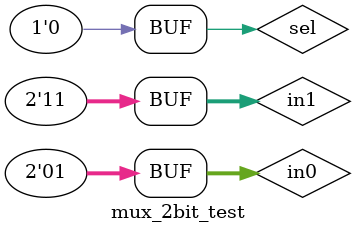
<source format=v>
`timescale 1ns / 1ns
module mux_2bit_test();
    reg [1:0] in0, in1;
    reg sel;
    wire [1:0] out;

    mux_2bit mux(in0, in1, sel, out);
    initial begin
        {in0, in1, sel} = 5'b00_01_1;
        #100 {in0, in1, sel} = 5'b00_10_1;
        #100 {in0, in1, sel} = 5'b01_11_1;
        #100 {in0, in1, sel} = 5'b01_00_1;
        #100 {in0, in1, sel} = 5'b01_01_0;
        #100 {in0, in1, sel} = 5'b00_01_0;
        #100 {in0, in1, sel} = 5'b10_11_0;
        #100 {in0, in1, sel} = 5'b01_11_0;
        #100;
    end
endmodule
</source>
